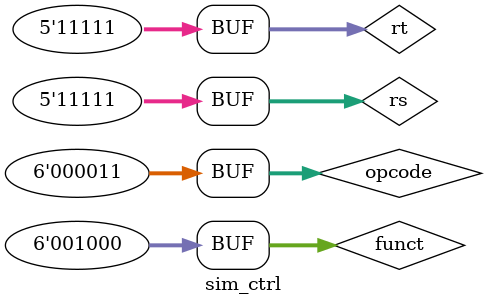
<source format=v>
`timescale 1ns / 1ps

module sim_ctrl();

	reg [5:0] opcode, funct;
	reg [4:0] rs, rt;
	wire sImme, sA0, sA, sB, sWRA0, sWRA, sWRD, sLoad, sByte, sign, dMemWe, regWe;
	wire [4:0] aluOP;
	wire [3:0] brOP;

		ControlUnit ctrl(
		.opcode						(opcode),
		.funct						(funct),
		.rs							(rs),
		.rt							(rt),
		.o_ContrlUnit_sImme			(sImme),
		.o_ContrlUnit_sA0			(sA0),
		.o_ContrlUnit_sA			(sA),
		.o_ContrlUnit_sB			(sB),
		.o_ContrlUnit_sWRA0			(sWRA0),
		.o_ContrlUnit_sWRA			(sWRA),
		.o_ContrlUnit_sWRD			(sWRD),
		.o_ContrlUnit_sLoad			(sLoad),
		.o_ContrlUnit_sByte			(sByte),
		.o_ContrlUnit_sign			(sign),
		.o_ContrlUnit_aluOP			(aluOP),
		.o_ContrlUnit_brOP			(brOP),
		.o_ContrlUnit_dMemWe		(dMemWe),
		.o_ContrlUnit_regWe			(regWe)
		);
	
	always begin
		#20
		opcode=6'b000000;
		funct=6'b100000;		// 0 add
		rs = 5'b11111;
		rt = 5'b11111;
		#20
		opcode=6'b000000;
		funct=6'b100001;		// 1 addu
		#20
		opcode=6'b000000;
		funct=6'b100010;		// 2 sub
		#20
		opcode=6'b000000;
		funct=6'b100011;		// 3 subu
		#20
		opcode=6'b000000;
		funct=6'b100100;		// 4 and
		#20
		opcode=6'b000000;
		funct=6'b100101;		// 5 or
		#20
		opcode=6'b000000;
		funct=6'b100110;		// 6 xor
		#20
		opcode=6'b000000;
		funct=6'b100111;		// 7 nor
		#20
		opcode=6'b000000;
		funct=6'b101010;		// 8 slt
		#20
		opcode=6'b000000;
		funct=6'b101011;		// 9 sltu
		#20
		opcode=6'b000000;
		funct=6'b000000;		// 10 sll
		#20
		opcode=6'b000000;
		funct=6'b000010;		// 11 srl
		#20
		opcode=6'b000000;
		funct=6'b000011;		// 12 sra
		#20
		opcode=6'b000000;
		funct=6'b000100;		// 13 sllv
		#20
		opcode=6'b000000;
		funct=6'b000110;		// 14 srlv
		#20
		opcode=6'b000000;
		funct=6'b000111;		// 15 srav
		#20
		opcode=6'b000000;
		funct=6'b001000;		// 16 jr
		#20
		opcode=6'b001000;		// 17 addi
		#20
		opcode=6'b001001;		// 18 addiu
		#20
		opcode=6'b001100;		// 19 andi
		#20
		opcode=6'b001101;		// 20 ori
		#20
		opcode=6'b001110;		// 21 xori
		#20
		opcode=6'b001111;		// 22 lui
		#20
		opcode=6'b100011;		// 23 lw
		#20
		opcode=6'b100000;		// 24 lb
		#20	
	 	opcode=6'b101011;		// 25 sw
		#20
		opcode=6'b101000;		// 26 sb
		#20
		opcode=6'b001010;		// 27 slti
		#20
		opcode=6'b001011;		// 28 sltiu
		#20
		opcode=6'b000001;		// 29 bltz
		rt = 5'b00000;
		#20
		opcode=6'b000001;		// 29 bgez
		rt = 5'b00001;
		#20
		opcode=6'b000001;		// 29 bltzal
		rt = 5'b10000;
		#20
		opcode=6'b000001;		// 29 bgezal
		rs = 5'b00000;
		rt = 5'b10001;
		#20
		opcode=6'b000001;		// 29 bal
		rs = 5'b11111;
		rt = 5'b10001;
		#20
		opcode=6'b000100;		// 30 beq
		rs = 5'b11111;
		rt = 5'b11111;
		#20
		opcode=6'b000100;		// 30 b
		rs = 5'b00000;
		rt = 5'b00000;
		#20
		opcode=6'b000101;		// 31 bne
		rs = 5'b11111;
		rt = 5'b11111;
		#20	
	 	opcode=6'b000110;		// 32 bnlez
		#20
		opcode=6'b000111;		// 33 bgtz
		#20
		opcode=6'b000010;		// 34 j
		#20
		opcode=6'b000011;		// 35 jal
	end
		
endmodule
</source>
